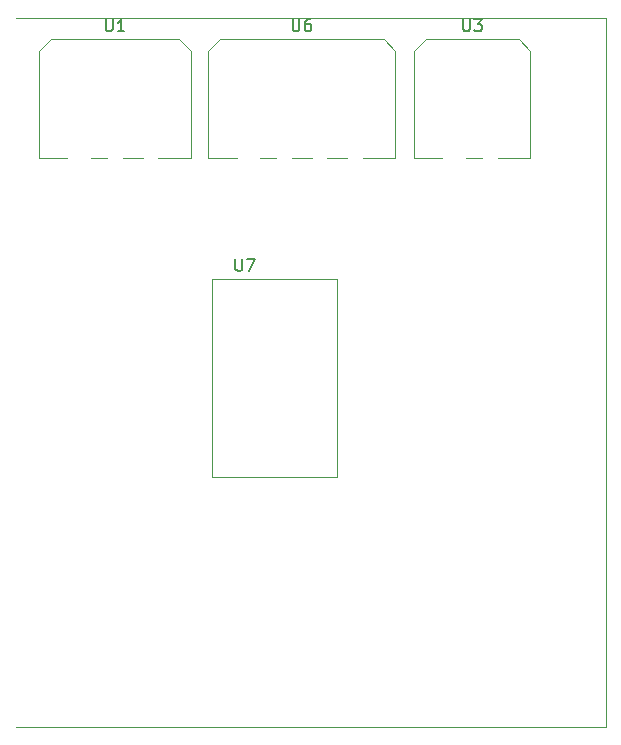
<source format=gbr>
G04 #@! TF.GenerationSoftware,KiCad,Pcbnew,5.1.3-ffb9f22~84~ubuntu18.10.1*
G04 #@! TF.CreationDate,2019-10-10T16:21:08+02:00*
G04 #@! TF.ProjectId,upuaut,75707561-7574-42e6-9b69-6361645f7063,rev?*
G04 #@! TF.SameCoordinates,Original*
G04 #@! TF.FileFunction,Legend,Top*
G04 #@! TF.FilePolarity,Positive*
%FSLAX46Y46*%
G04 Gerber Fmt 4.6, Leading zero omitted, Abs format (unit mm)*
G04 Created by KiCad (PCBNEW 5.1.3-ffb9f22~84~ubuntu18.10.1) date 2019-10-10 16:21:08*
%MOMM*%
%LPD*%
G04 APERTURE LIST*
%ADD10C,0.120000*%
%ADD11C,0.150000*%
G04 APERTURE END LIST*
D10*
X150000000Y-40000000D02*
X150000000Y-100000000D01*
X100000000Y-40000000D02*
X150000000Y-40000000D01*
X100000000Y-100000000D02*
X150000000Y-100000000D01*
X101975000Y-51890000D02*
X101975000Y-42770000D01*
X101975000Y-42770000D02*
X102975000Y-41770000D01*
X102975000Y-41770000D02*
X113845000Y-41770000D01*
X113845000Y-41770000D02*
X114845000Y-42770000D01*
X114845000Y-42770000D02*
X114845000Y-51890000D01*
X101975000Y-51890000D02*
X104400000Y-51890000D01*
X114845000Y-51890000D02*
X112061767Y-51890000D01*
X106420000Y-51890000D02*
X107758233Y-51890000D01*
X109061767Y-51890000D02*
X110758233Y-51890000D01*
X133725000Y-51890000D02*
X133725000Y-42770000D01*
X133725000Y-42770000D02*
X134725000Y-41770000D01*
X134725000Y-41770000D02*
X142595000Y-41770000D01*
X142595000Y-41770000D02*
X143595000Y-42770000D01*
X143595000Y-42770000D02*
X143595000Y-51890000D01*
X133725000Y-51890000D02*
X136150000Y-51890000D01*
X143595000Y-51890000D02*
X140811767Y-51890000D01*
X138170000Y-51890000D02*
X139508233Y-51890000D01*
X116295000Y-51890000D02*
X116295000Y-42770000D01*
X116295000Y-42770000D02*
X117295000Y-41770000D01*
X117295000Y-41770000D02*
X131165000Y-41770000D01*
X131165000Y-41770000D02*
X132165000Y-42770000D01*
X132165000Y-42770000D02*
X132165000Y-51890000D01*
X116295000Y-51890000D02*
X118720000Y-51890000D01*
X132165000Y-51890000D02*
X129381767Y-51890000D01*
X120740000Y-51890000D02*
X122078233Y-51890000D01*
X123381767Y-51890000D02*
X125078233Y-51890000D01*
X126381767Y-51890000D02*
X128078233Y-51890000D01*
X127260000Y-62100000D02*
X116610000Y-62100000D01*
X116600000Y-62100000D02*
X116600000Y-78860000D01*
X116600000Y-78860000D02*
X127260000Y-78860000D01*
X127260000Y-78860000D02*
X127260000Y-62100000D01*
D11*
X107648095Y-40132380D02*
X107648095Y-40941904D01*
X107695714Y-41037142D01*
X107743333Y-41084761D01*
X107838571Y-41132380D01*
X108029047Y-41132380D01*
X108124285Y-41084761D01*
X108171904Y-41037142D01*
X108219523Y-40941904D01*
X108219523Y-40132380D01*
X109219523Y-41132380D02*
X108648095Y-41132380D01*
X108933809Y-41132380D02*
X108933809Y-40132380D01*
X108838571Y-40275238D01*
X108743333Y-40370476D01*
X108648095Y-40418095D01*
X137898095Y-40132380D02*
X137898095Y-40941904D01*
X137945714Y-41037142D01*
X137993333Y-41084761D01*
X138088571Y-41132380D01*
X138279047Y-41132380D01*
X138374285Y-41084761D01*
X138421904Y-41037142D01*
X138469523Y-40941904D01*
X138469523Y-40132380D01*
X138850476Y-40132380D02*
X139469523Y-40132380D01*
X139136190Y-40513333D01*
X139279047Y-40513333D01*
X139374285Y-40560952D01*
X139421904Y-40608571D01*
X139469523Y-40703809D01*
X139469523Y-40941904D01*
X139421904Y-41037142D01*
X139374285Y-41084761D01*
X139279047Y-41132380D01*
X138993333Y-41132380D01*
X138898095Y-41084761D01*
X138850476Y-41037142D01*
X123468095Y-40132380D02*
X123468095Y-40941904D01*
X123515714Y-41037142D01*
X123563333Y-41084761D01*
X123658571Y-41132380D01*
X123849047Y-41132380D01*
X123944285Y-41084761D01*
X123991904Y-41037142D01*
X124039523Y-40941904D01*
X124039523Y-40132380D01*
X124944285Y-40132380D02*
X124753809Y-40132380D01*
X124658571Y-40180000D01*
X124610952Y-40227619D01*
X124515714Y-40370476D01*
X124468095Y-40560952D01*
X124468095Y-40941904D01*
X124515714Y-41037142D01*
X124563333Y-41084761D01*
X124658571Y-41132380D01*
X124849047Y-41132380D01*
X124944285Y-41084761D01*
X124991904Y-41037142D01*
X125039523Y-40941904D01*
X125039523Y-40703809D01*
X124991904Y-40608571D01*
X124944285Y-40560952D01*
X124849047Y-40513333D01*
X124658571Y-40513333D01*
X124563333Y-40560952D01*
X124515714Y-40608571D01*
X124468095Y-40703809D01*
X118618095Y-60412380D02*
X118618095Y-61221904D01*
X118665714Y-61317142D01*
X118713333Y-61364761D01*
X118808571Y-61412380D01*
X118999047Y-61412380D01*
X119094285Y-61364761D01*
X119141904Y-61317142D01*
X119189523Y-61221904D01*
X119189523Y-60412380D01*
X119570476Y-60412380D02*
X120237142Y-60412380D01*
X119808571Y-61412380D01*
M02*

</source>
